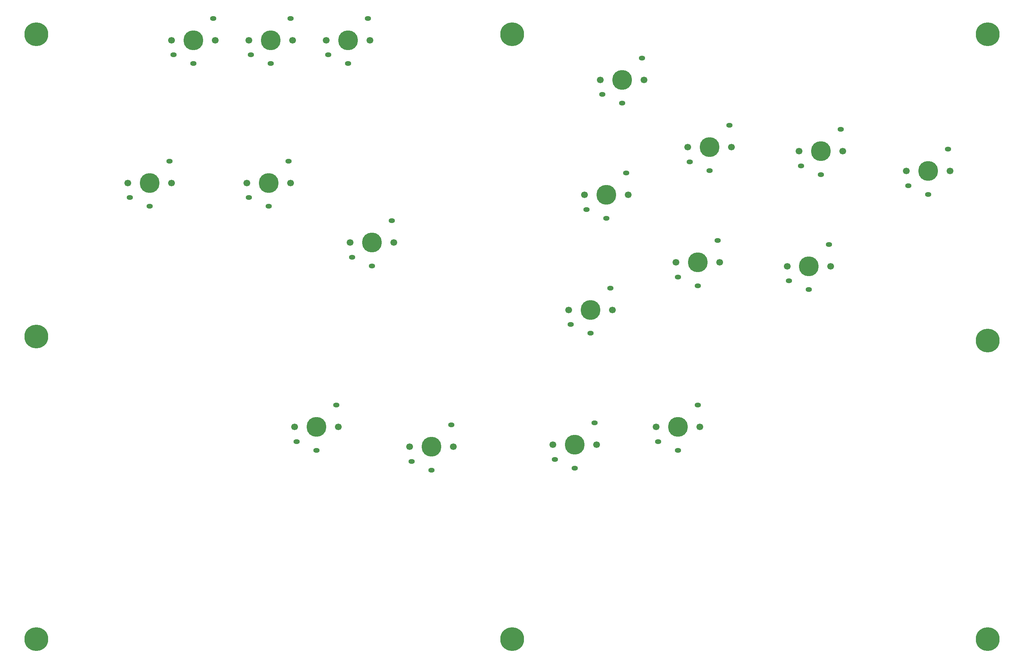
<source format=gbr>
%TF.GenerationSoftware,KiCad,Pcbnew,8.0.4*%
%TF.CreationDate,2024-08-25T10:48:18+09:00*%
%TF.ProjectId,StickLess,53746963-6b4c-4657-9373-2e6b69636164,rev?*%
%TF.SameCoordinates,Original*%
%TF.FileFunction,Soldermask,Bot*%
%TF.FilePolarity,Negative*%
%FSLAX46Y46*%
G04 Gerber Fmt 4.6, Leading zero omitted, Abs format (unit mm)*
G04 Created by KiCad (PCBNEW 8.0.4) date 2024-08-25 10:48:18*
%MOMM*%
%LPD*%
G01*
G04 APERTURE LIST*
%ADD10C,6.000000*%
%ADD11C,1.700000*%
%ADD12C,5.000000*%
%ADD13O,1.600000X1.200000*%
G04 APERTURE END LIST*
D10*
%TO.C,H3*%
X15975000Y-168525000D03*
%TD*%
%TO.C,H8*%
X255525000Y-168525000D03*
%TD*%
%TO.C,H4*%
X135750000Y-16000000D03*
%TD*%
%TO.C,H5*%
X135750000Y-168525000D03*
%TD*%
%TO.C,H7*%
X255525000Y-15975000D03*
%TD*%
D11*
%TO.C,B1(A)1*%
X150000000Y-85500000D03*
D12*
X155500000Y-85500000D03*
D11*
X161000000Y-85500000D03*
D13*
X150500000Y-89200000D03*
X155500000Y-91400000D03*
X160500000Y-80000000D03*
%TD*%
D11*
%TO.C,LEFT1*%
X39000000Y-53500000D03*
D12*
X44500000Y-53500000D03*
D11*
X50000000Y-53500000D03*
D13*
X39500000Y-57200000D03*
X44500000Y-59400000D03*
X49500000Y-48000000D03*
%TD*%
D10*
%TO.C,H2*%
X15975000Y-92250000D03*
%TD*%
D11*
%TO.C,RIGHT1*%
X95000000Y-68500000D03*
D12*
X100500000Y-68500000D03*
D11*
X106000000Y-68500000D03*
D13*
X95500000Y-72200000D03*
X100500000Y-74400000D03*
X105500000Y-63000000D03*
%TD*%
D11*
%TO.C,L1(L)1*%
X205000000Y-74500000D03*
D12*
X210500000Y-74500000D03*
D11*
X216000000Y-74500000D03*
D13*
X205500000Y-78200000D03*
X210500000Y-80400000D03*
X215500000Y-69000000D03*
%TD*%
D10*
%TO.C,H1*%
X15975000Y-15975000D03*
%TD*%
D11*
%TO.C,B2(B)1*%
X177000000Y-73500000D03*
D12*
X182500000Y-73500000D03*
D11*
X188000000Y-73500000D03*
D13*
X177500000Y-77200000D03*
X182500000Y-79400000D03*
X187500000Y-68000000D03*
%TD*%
D11*
%TO.C,S2(START)1*%
X89000000Y-17500000D03*
D12*
X94500000Y-17500000D03*
D11*
X100000000Y-17500000D03*
D13*
X89500000Y-21200000D03*
X94500000Y-23400000D03*
X99500000Y-12000000D03*
%TD*%
D10*
%TO.C,H6*%
X255525000Y-93250000D03*
%TD*%
D11*
%TO.C,L2(LB)1*%
X208010000Y-45500000D03*
D12*
X213510000Y-45500000D03*
D11*
X219010000Y-45500000D03*
D13*
X208510000Y-49200000D03*
X213510000Y-51400000D03*
X218510000Y-40000000D03*
%TD*%
D11*
%TO.C,DOWN1*%
X69000000Y-53500000D03*
D12*
X74500000Y-53500000D03*
D11*
X80000000Y-53500000D03*
D13*
X69500000Y-57200000D03*
X74500000Y-59400000D03*
X79500000Y-48000000D03*
%TD*%
D11*
%TO.C,S1(BACK)1*%
X81000000Y-115000000D03*
D12*
X86500000Y-115000000D03*
D11*
X92000000Y-115000000D03*
D13*
X81500000Y-118700000D03*
X86500000Y-120900000D03*
X91500000Y-109500000D03*
%TD*%
D11*
%TO.C,A2(CAPTURE)1*%
X50000000Y-17500000D03*
D12*
X55500000Y-17500000D03*
D11*
X61000000Y-17500000D03*
D13*
X50500000Y-21200000D03*
X55500000Y-23400000D03*
X60500000Y-12000000D03*
%TD*%
D11*
%TO.C,B4(Y)1*%
X180000000Y-44500000D03*
D12*
X185500000Y-44500000D03*
D11*
X191000000Y-44500000D03*
D13*
X180500000Y-48200000D03*
X185500000Y-50400000D03*
X190500000Y-39000000D03*
%TD*%
D11*
%TO.C,UP1*%
X110000000Y-120000000D03*
D12*
X115500000Y-120000000D03*
D11*
X121000000Y-120000000D03*
D13*
X110500000Y-123700000D03*
X115500000Y-125900000D03*
X120500000Y-114500000D03*
%TD*%
D11*
%TO.C,R3(RS)1*%
X172000000Y-115000000D03*
D12*
X177500000Y-115000000D03*
D11*
X183000000Y-115000000D03*
D13*
X172500000Y-118700000D03*
X177500000Y-120900000D03*
X182500000Y-109500000D03*
%TD*%
D11*
%TO.C,R1(R)1*%
X158000000Y-27500000D03*
D12*
X163500000Y-27500000D03*
D11*
X169000000Y-27500000D03*
D13*
X158500000Y-31200000D03*
X163500000Y-33400000D03*
X168500000Y-22000000D03*
%TD*%
D11*
%TO.C,A1(GUIDE)1*%
X69500000Y-17500000D03*
D12*
X75000000Y-17500000D03*
D11*
X80500000Y-17500000D03*
D13*
X70000000Y-21200000D03*
X75000000Y-23400000D03*
X80000000Y-12000000D03*
%TD*%
D11*
%TO.C,L3(LS)1*%
X146000000Y-119500000D03*
D12*
X151500000Y-119500000D03*
D11*
X157000000Y-119500000D03*
D13*
X146500000Y-123200000D03*
X151500000Y-125400000D03*
X156500000Y-114000000D03*
%TD*%
D11*
%TO.C,R2(RB)1*%
X235000000Y-50500000D03*
D12*
X240500000Y-50500000D03*
D11*
X246000000Y-50500000D03*
D13*
X235500000Y-54200000D03*
X240500000Y-56400000D03*
X245500000Y-45000000D03*
%TD*%
D11*
%TO.C,B3(X)1*%
X154000000Y-56500000D03*
D12*
X159500000Y-56500000D03*
D11*
X165000000Y-56500000D03*
D13*
X154500000Y-60200000D03*
X159500000Y-62400000D03*
X164500000Y-51000000D03*
%TD*%
M02*

</source>
